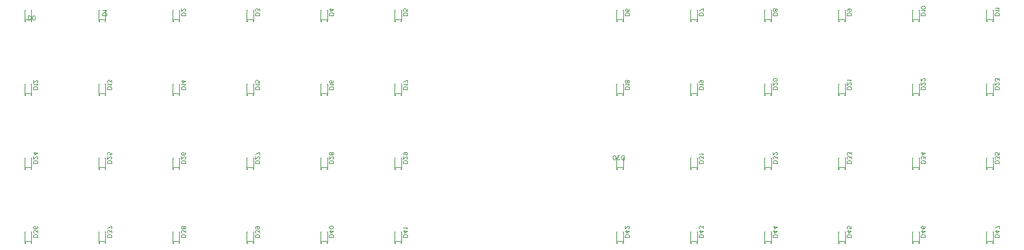
<source format=gbo>
G04 Layer: BottomSilkscreenLayer*
G04 EasyEDA v6.5.22, 2022-11-03 13:25:14*
G04 daeccbeab38c4538aae3d189e396c967,14fd66e66b1542709ab820776f733a5e,10*
G04 Gerber Generator version 0.2*
G04 Scale: 100 percent, Rotated: No, Reflected: No *
G04 Dimensions in millimeters *
G04 leading zeros omitted , absolute positions ,4 integer and 5 decimal *
%FSLAX45Y45*%
%MOMM*%

%ADD10C,0.1524*%

%LPD*%
D10*
X3100115Y6668201D02*
G01*
X2991149Y6668201D01*
X3100115Y6668201D02*
G01*
X3100115Y6704777D01*
X3095035Y6720271D01*
X3084621Y6730685D01*
X3074207Y6735765D01*
X3058459Y6741099D01*
X3032551Y6741099D01*
X3017057Y6735765D01*
X3006643Y6730685D01*
X2996229Y6720271D01*
X2991149Y6704777D01*
X2991149Y6668201D01*
X3079287Y6775389D02*
G01*
X3084621Y6785803D01*
X3100115Y6801297D01*
X2991149Y6801297D01*
X3074207Y6840667D02*
G01*
X3079287Y6840667D01*
X3089701Y6846001D01*
X3095035Y6851081D01*
X3100115Y6861495D01*
X3100115Y6882323D01*
X3095035Y6892737D01*
X3089701Y6897817D01*
X3079287Y6903151D01*
X3068873Y6903151D01*
X3058459Y6897817D01*
X3042965Y6887657D01*
X2991149Y6835587D01*
X2991149Y6908231D01*
X5005316Y6668201D02*
G01*
X4896350Y6668201D01*
X5005316Y6668201D02*
G01*
X5005316Y6704777D01*
X5000236Y6720271D01*
X4989822Y6730685D01*
X4979408Y6735765D01*
X4963660Y6741099D01*
X4937752Y6741099D01*
X4922258Y6735765D01*
X4911844Y6730685D01*
X4901430Y6720271D01*
X4896350Y6704777D01*
X4896350Y6668201D01*
X4984488Y6775389D02*
G01*
X4989822Y6785803D01*
X5005316Y6801297D01*
X4896350Y6801297D01*
X5005316Y6846001D02*
G01*
X5005316Y6903151D01*
X4963660Y6871909D01*
X4963660Y6887657D01*
X4958580Y6897817D01*
X4953500Y6903151D01*
X4937752Y6908231D01*
X4927338Y6908231D01*
X4911844Y6903151D01*
X4901430Y6892737D01*
X4896350Y6877243D01*
X4896350Y6861495D01*
X4901430Y6846001D01*
X4906510Y6840667D01*
X4916924Y6835587D01*
X6910517Y6668201D02*
G01*
X6801551Y6668201D01*
X6910517Y6668201D02*
G01*
X6910517Y6704777D01*
X6905437Y6720271D01*
X6895023Y6730685D01*
X6884609Y6735765D01*
X6868861Y6741099D01*
X6842953Y6741099D01*
X6827459Y6735765D01*
X6817045Y6730685D01*
X6806631Y6720271D01*
X6801551Y6704777D01*
X6801551Y6668201D01*
X6889689Y6775389D02*
G01*
X6895023Y6785803D01*
X6910517Y6801297D01*
X6801551Y6801297D01*
X6910517Y6887657D02*
G01*
X6837873Y6835587D01*
X6837873Y6913565D01*
X6910517Y6887657D02*
G01*
X6801551Y6887657D01*
X8815715Y6668201D02*
G01*
X8706749Y6668201D01*
X8815715Y6668201D02*
G01*
X8815715Y6704777D01*
X8810635Y6720271D01*
X8800221Y6730685D01*
X8789807Y6735765D01*
X8774059Y6741099D01*
X8748151Y6741099D01*
X8732657Y6735765D01*
X8722243Y6730685D01*
X8711829Y6720271D01*
X8706749Y6704777D01*
X8706749Y6668201D01*
X8794887Y6775389D02*
G01*
X8800221Y6785803D01*
X8815715Y6801297D01*
X8706749Y6801297D01*
X8815715Y6897817D02*
G01*
X8815715Y6846001D01*
X8768979Y6840667D01*
X8774059Y6846001D01*
X8779393Y6861495D01*
X8779393Y6877243D01*
X8774059Y6892737D01*
X8763899Y6903151D01*
X8748151Y6908231D01*
X8737737Y6908231D01*
X8722243Y6903151D01*
X8711829Y6892737D01*
X8706749Y6877243D01*
X8706749Y6861495D01*
X8711829Y6846001D01*
X8716909Y6840667D01*
X8727323Y6835587D01*
X10720915Y6668201D02*
G01*
X10611949Y6668201D01*
X10720915Y6668201D02*
G01*
X10720915Y6704777D01*
X10715835Y6720271D01*
X10705421Y6730685D01*
X10695007Y6735765D01*
X10679259Y6741099D01*
X10653351Y6741099D01*
X10637857Y6735765D01*
X10627443Y6730685D01*
X10617029Y6720271D01*
X10611949Y6704777D01*
X10611949Y6668201D01*
X10700087Y6775389D02*
G01*
X10705421Y6785803D01*
X10720915Y6801297D01*
X10611949Y6801297D01*
X10705421Y6897817D02*
G01*
X10715835Y6892737D01*
X10720915Y6877243D01*
X10720915Y6866829D01*
X10715835Y6851081D01*
X10700087Y6840667D01*
X10674179Y6835587D01*
X10648271Y6835587D01*
X10627443Y6840667D01*
X10617029Y6851081D01*
X10611949Y6866829D01*
X10611949Y6871909D01*
X10617029Y6887657D01*
X10627443Y6897817D01*
X10642937Y6903151D01*
X10648271Y6903151D01*
X10663765Y6897817D01*
X10674179Y6887657D01*
X10679259Y6871909D01*
X10679259Y6866829D01*
X10674179Y6851081D01*
X10663765Y6840667D01*
X10648271Y6835587D01*
X12626116Y6668201D02*
G01*
X12517150Y6668201D01*
X12626116Y6668201D02*
G01*
X12626116Y6704777D01*
X12621036Y6720271D01*
X12610622Y6730685D01*
X12600208Y6735765D01*
X12584460Y6741099D01*
X12558552Y6741099D01*
X12543058Y6735765D01*
X12532644Y6730685D01*
X12522230Y6720271D01*
X12517150Y6704777D01*
X12517150Y6668201D01*
X12605288Y6775389D02*
G01*
X12610622Y6785803D01*
X12626116Y6801297D01*
X12517150Y6801297D01*
X12626116Y6908231D02*
G01*
X12517150Y6856415D01*
X12626116Y6835587D02*
G01*
X12626116Y6908231D01*
X18341317Y6668201D02*
G01*
X18232351Y6668201D01*
X18341317Y6668201D02*
G01*
X18341317Y6704777D01*
X18336237Y6720271D01*
X18325823Y6730685D01*
X18315409Y6735765D01*
X18299661Y6741099D01*
X18273753Y6741099D01*
X18258259Y6735765D01*
X18247845Y6730685D01*
X18237431Y6720271D01*
X18232351Y6704777D01*
X18232351Y6668201D01*
X18320489Y6775389D02*
G01*
X18325823Y6785803D01*
X18341317Y6801297D01*
X18232351Y6801297D01*
X18341317Y6861495D02*
G01*
X18336237Y6846001D01*
X18325823Y6840667D01*
X18315409Y6840667D01*
X18304995Y6846001D01*
X18299661Y6856415D01*
X18294581Y6877243D01*
X18289501Y6892737D01*
X18279087Y6903151D01*
X18268673Y6908231D01*
X18252925Y6908231D01*
X18242511Y6903151D01*
X18237431Y6897817D01*
X18232351Y6882323D01*
X18232351Y6861495D01*
X18237431Y6846001D01*
X18242511Y6840667D01*
X18252925Y6835587D01*
X18268673Y6835587D01*
X18279087Y6840667D01*
X18289501Y6851081D01*
X18294581Y6866829D01*
X18299661Y6887657D01*
X18304995Y6897817D01*
X18315409Y6903151D01*
X18325823Y6903151D01*
X18336237Y6897817D01*
X18341317Y6882323D01*
X18341317Y6861495D01*
X20246515Y6668201D02*
G01*
X20137549Y6668201D01*
X20246515Y6668201D02*
G01*
X20246515Y6704777D01*
X20241435Y6720271D01*
X20231021Y6730685D01*
X20220607Y6735765D01*
X20204859Y6741099D01*
X20178951Y6741099D01*
X20163457Y6735765D01*
X20153043Y6730685D01*
X20142629Y6720271D01*
X20137549Y6704777D01*
X20137549Y6668201D01*
X20225687Y6775389D02*
G01*
X20231021Y6785803D01*
X20246515Y6801297D01*
X20137549Y6801297D01*
X20210193Y6903151D02*
G01*
X20194699Y6897817D01*
X20184285Y6887657D01*
X20178951Y6871909D01*
X20178951Y6866829D01*
X20184285Y6851081D01*
X20194699Y6840667D01*
X20210193Y6835587D01*
X20215273Y6835587D01*
X20231021Y6840667D01*
X20241435Y6851081D01*
X20246515Y6866829D01*
X20246515Y6871909D01*
X20241435Y6887657D01*
X20231021Y6897817D01*
X20210193Y6903151D01*
X20184285Y6903151D01*
X20158123Y6897817D01*
X20142629Y6887657D01*
X20137549Y6871909D01*
X20137549Y6861495D01*
X20142629Y6846001D01*
X20153043Y6840667D01*
X22151715Y6668201D02*
G01*
X22042749Y6668201D01*
X22151715Y6668201D02*
G01*
X22151715Y6704777D01*
X22146635Y6720271D01*
X22136221Y6730685D01*
X22125807Y6735765D01*
X22110059Y6741099D01*
X22084151Y6741099D01*
X22068657Y6735765D01*
X22058243Y6730685D01*
X22047829Y6720271D01*
X22042749Y6704777D01*
X22042749Y6668201D01*
X22125807Y6780469D02*
G01*
X22130887Y6780469D01*
X22141301Y6785803D01*
X22146635Y6790883D01*
X22151715Y6801297D01*
X22151715Y6822125D01*
X22146635Y6832539D01*
X22141301Y6837619D01*
X22130887Y6842953D01*
X22120473Y6842953D01*
X22110059Y6837619D01*
X22094565Y6827205D01*
X22042749Y6775389D01*
X22042749Y6848033D01*
X22151715Y6913565D02*
G01*
X22146635Y6897817D01*
X22130887Y6887657D01*
X22104979Y6882323D01*
X22089485Y6882323D01*
X22063323Y6887657D01*
X22047829Y6897817D01*
X22042749Y6913565D01*
X22042749Y6923979D01*
X22047829Y6939473D01*
X22063323Y6949887D01*
X22089485Y6954967D01*
X22104979Y6954967D01*
X22130887Y6949887D01*
X22146635Y6939473D01*
X22151715Y6923979D01*
X22151715Y6913565D01*
X24056916Y6668201D02*
G01*
X23947950Y6668201D01*
X24056916Y6668201D02*
G01*
X24056916Y6704777D01*
X24051836Y6720271D01*
X24041422Y6730685D01*
X24031008Y6735765D01*
X24015260Y6741099D01*
X23989352Y6741099D01*
X23973858Y6735765D01*
X23963444Y6730685D01*
X23953030Y6720271D01*
X23947950Y6704777D01*
X23947950Y6668201D01*
X24031008Y6780469D02*
G01*
X24036088Y6780469D01*
X24046502Y6785803D01*
X24051836Y6790883D01*
X24056916Y6801297D01*
X24056916Y6822125D01*
X24051836Y6832539D01*
X24046502Y6837619D01*
X24036088Y6842953D01*
X24025674Y6842953D01*
X24015260Y6837619D01*
X23999766Y6827205D01*
X23947950Y6775389D01*
X23947950Y6848033D01*
X24036088Y6882323D02*
G01*
X24041422Y6892737D01*
X24056916Y6908231D01*
X23947950Y6908231D01*
X25962117Y6668201D02*
G01*
X25853151Y6668201D01*
X25962117Y6668201D02*
G01*
X25962117Y6704777D01*
X25957037Y6720271D01*
X25946623Y6730685D01*
X25936209Y6735765D01*
X25920461Y6741099D01*
X25894553Y6741099D01*
X25879059Y6735765D01*
X25868645Y6730685D01*
X25858231Y6720271D01*
X25853151Y6704777D01*
X25853151Y6668201D01*
X25936209Y6780469D02*
G01*
X25941289Y6780469D01*
X25951703Y6785803D01*
X25957037Y6790883D01*
X25962117Y6801297D01*
X25962117Y6822125D01*
X25957037Y6832539D01*
X25951703Y6837619D01*
X25941289Y6842953D01*
X25930875Y6842953D01*
X25920461Y6837619D01*
X25904967Y6827205D01*
X25853151Y6775389D01*
X25853151Y6848033D01*
X25936209Y6887657D02*
G01*
X25941289Y6887657D01*
X25951703Y6892737D01*
X25957037Y6897817D01*
X25962117Y6908231D01*
X25962117Y6929059D01*
X25957037Y6939473D01*
X25951703Y6944807D01*
X25941289Y6949887D01*
X25930875Y6949887D01*
X25920461Y6944807D01*
X25904967Y6934393D01*
X25853151Y6882323D01*
X25853151Y6954967D01*
X27867315Y6668201D02*
G01*
X27758349Y6668201D01*
X27867315Y6668201D02*
G01*
X27867315Y6704777D01*
X27862235Y6720271D01*
X27851821Y6730685D01*
X27841407Y6735765D01*
X27825659Y6741099D01*
X27799751Y6741099D01*
X27784257Y6735765D01*
X27773843Y6730685D01*
X27763429Y6720271D01*
X27758349Y6704777D01*
X27758349Y6668201D01*
X27841407Y6780469D02*
G01*
X27846487Y6780469D01*
X27856901Y6785803D01*
X27862235Y6790883D01*
X27867315Y6801297D01*
X27867315Y6822125D01*
X27862235Y6832539D01*
X27856901Y6837619D01*
X27846487Y6842953D01*
X27836073Y6842953D01*
X27825659Y6837619D01*
X27810165Y6827205D01*
X27758349Y6775389D01*
X27758349Y6848033D01*
X27867315Y6892737D02*
G01*
X27867315Y6949887D01*
X27825659Y6918645D01*
X27825659Y6934393D01*
X27820579Y6944807D01*
X27815499Y6949887D01*
X27799751Y6954967D01*
X27789337Y6954967D01*
X27773843Y6949887D01*
X27763429Y6939473D01*
X27758349Y6923979D01*
X27758349Y6908231D01*
X27763429Y6892737D01*
X27768509Y6887657D01*
X27778923Y6882323D01*
X3100115Y2857799D02*
G01*
X2991149Y2857799D01*
X3100115Y2857799D02*
G01*
X3100115Y2894375D01*
X3095035Y2909869D01*
X3084621Y2920283D01*
X3074207Y2925363D01*
X3058459Y2930697D01*
X3032551Y2930697D01*
X3017057Y2925363D01*
X3006643Y2920283D01*
X2996229Y2909869D01*
X2991149Y2894375D01*
X2991149Y2857799D01*
X3100115Y2975401D02*
G01*
X3100115Y3032551D01*
X3058459Y3001309D01*
X3058459Y3016803D01*
X3053379Y3027217D01*
X3048299Y3032551D01*
X3032551Y3037631D01*
X3022137Y3037631D01*
X3006643Y3032551D01*
X2996229Y3022137D01*
X2991149Y3006389D01*
X2991149Y2990895D01*
X2996229Y2975401D01*
X3001309Y2970067D01*
X3011723Y2964987D01*
X3084621Y3134405D02*
G01*
X3095035Y3129071D01*
X3100115Y3113577D01*
X3100115Y3103163D01*
X3095035Y3087415D01*
X3079287Y3077255D01*
X3053379Y3071921D01*
X3027471Y3071921D01*
X3006643Y3077255D01*
X2996229Y3087415D01*
X2991149Y3103163D01*
X2991149Y3108243D01*
X2996229Y3123991D01*
X3006643Y3134405D01*
X3022137Y3139485D01*
X3027471Y3139485D01*
X3042965Y3134405D01*
X3053379Y3123991D01*
X3058459Y3108243D01*
X3058459Y3103163D01*
X3053379Y3087415D01*
X3042965Y3077255D01*
X3027471Y3071921D01*
X5005316Y2857799D02*
G01*
X4896350Y2857799D01*
X5005316Y2857799D02*
G01*
X5005316Y2894375D01*
X5000236Y2909869D01*
X4989822Y2920283D01*
X4979408Y2925363D01*
X4963660Y2930697D01*
X4937752Y2930697D01*
X4922258Y2925363D01*
X4911844Y2920283D01*
X4901430Y2909869D01*
X4896350Y2894375D01*
X4896350Y2857799D01*
X5005316Y2975401D02*
G01*
X5005316Y3032551D01*
X4963660Y3001309D01*
X4963660Y3016803D01*
X4958580Y3027217D01*
X4953500Y3032551D01*
X4937752Y3037631D01*
X4927338Y3037631D01*
X4911844Y3032551D01*
X4901430Y3022137D01*
X4896350Y3006389D01*
X4896350Y2990895D01*
X4901430Y2975401D01*
X4906510Y2970067D01*
X4916924Y2964987D01*
X5005316Y3144565D02*
G01*
X4896350Y3092749D01*
X5005316Y3071921D02*
G01*
X5005316Y3144565D01*
X6910517Y2857799D02*
G01*
X6801551Y2857799D01*
X6910517Y2857799D02*
G01*
X6910517Y2894375D01*
X6905437Y2909869D01*
X6895023Y2920283D01*
X6884609Y2925363D01*
X6868861Y2930697D01*
X6842953Y2930697D01*
X6827459Y2925363D01*
X6817045Y2920283D01*
X6806631Y2909869D01*
X6801551Y2894375D01*
X6801551Y2857799D01*
X6910517Y2975401D02*
G01*
X6910517Y3032551D01*
X6868861Y3001309D01*
X6868861Y3016803D01*
X6863781Y3027217D01*
X6858701Y3032551D01*
X6842953Y3037631D01*
X6832539Y3037631D01*
X6817045Y3032551D01*
X6806631Y3022137D01*
X6801551Y3006389D01*
X6801551Y2990895D01*
X6806631Y2975401D01*
X6811711Y2970067D01*
X6822125Y2964987D01*
X6910517Y3097829D02*
G01*
X6905437Y3082335D01*
X6895023Y3077255D01*
X6884609Y3077255D01*
X6874195Y3082335D01*
X6868861Y3092749D01*
X6863781Y3113577D01*
X6858701Y3129071D01*
X6848287Y3139485D01*
X6837873Y3144565D01*
X6822125Y3144565D01*
X6811711Y3139485D01*
X6806631Y3134405D01*
X6801551Y3118657D01*
X6801551Y3097829D01*
X6806631Y3082335D01*
X6811711Y3077255D01*
X6822125Y3071921D01*
X6837873Y3071921D01*
X6848287Y3077255D01*
X6858701Y3087415D01*
X6863781Y3103163D01*
X6868861Y3123991D01*
X6874195Y3134405D01*
X6884609Y3139485D01*
X6895023Y3139485D01*
X6905437Y3134405D01*
X6910517Y3118657D01*
X6910517Y3097829D01*
X8815715Y2857799D02*
G01*
X8706749Y2857799D01*
X8815715Y2857799D02*
G01*
X8815715Y2894375D01*
X8810635Y2909869D01*
X8800221Y2920283D01*
X8789807Y2925363D01*
X8774059Y2930697D01*
X8748151Y2930697D01*
X8732657Y2925363D01*
X8722243Y2920283D01*
X8711829Y2909869D01*
X8706749Y2894375D01*
X8706749Y2857799D01*
X8815715Y2975401D02*
G01*
X8815715Y3032551D01*
X8774059Y3001309D01*
X8774059Y3016803D01*
X8768979Y3027217D01*
X8763899Y3032551D01*
X8748151Y3037631D01*
X8737737Y3037631D01*
X8722243Y3032551D01*
X8711829Y3022137D01*
X8706749Y3006389D01*
X8706749Y2990895D01*
X8711829Y2975401D01*
X8716909Y2970067D01*
X8727323Y2964987D01*
X8779393Y3139485D02*
G01*
X8763899Y3134405D01*
X8753485Y3123991D01*
X8748151Y3108243D01*
X8748151Y3103163D01*
X8753485Y3087415D01*
X8763899Y3077255D01*
X8779393Y3071921D01*
X8784473Y3071921D01*
X8800221Y3077255D01*
X8810635Y3087415D01*
X8815715Y3103163D01*
X8815715Y3108243D01*
X8810635Y3123991D01*
X8800221Y3134405D01*
X8779393Y3139485D01*
X8753485Y3139485D01*
X8727323Y3134405D01*
X8711829Y3123991D01*
X8706749Y3108243D01*
X8706749Y3097829D01*
X8711829Y3082335D01*
X8722243Y3077255D01*
X10720915Y2857799D02*
G01*
X10611949Y2857799D01*
X10720915Y2857799D02*
G01*
X10720915Y2894375D01*
X10715835Y2909869D01*
X10705421Y2920283D01*
X10695007Y2925363D01*
X10679259Y2930697D01*
X10653351Y2930697D01*
X10637857Y2925363D01*
X10627443Y2920283D01*
X10617029Y2909869D01*
X10611949Y2894375D01*
X10611949Y2857799D01*
X10720915Y3016803D02*
G01*
X10648271Y2964987D01*
X10648271Y3042965D01*
X10720915Y3016803D02*
G01*
X10611949Y3016803D01*
X10720915Y3108243D02*
G01*
X10715835Y3092749D01*
X10700087Y3082335D01*
X10674179Y3077255D01*
X10658685Y3077255D01*
X10632523Y3082335D01*
X10617029Y3092749D01*
X10611949Y3108243D01*
X10611949Y3118657D01*
X10617029Y3134405D01*
X10632523Y3144565D01*
X10658685Y3149899D01*
X10674179Y3149899D01*
X10700087Y3144565D01*
X10715835Y3134405D01*
X10720915Y3118657D01*
X10720915Y3108243D01*
X12626116Y2857799D02*
G01*
X12517150Y2857799D01*
X12626116Y2857799D02*
G01*
X12626116Y2894375D01*
X12621036Y2909869D01*
X12610622Y2920283D01*
X12600208Y2925363D01*
X12584460Y2930697D01*
X12558552Y2930697D01*
X12543058Y2925363D01*
X12532644Y2920283D01*
X12522230Y2909869D01*
X12517150Y2894375D01*
X12517150Y2857799D01*
X12626116Y3016803D02*
G01*
X12553472Y2964987D01*
X12553472Y3042965D01*
X12626116Y3016803D02*
G01*
X12517150Y3016803D01*
X12605288Y3077255D02*
G01*
X12610622Y3087415D01*
X12626116Y3103163D01*
X12517150Y3103163D01*
X18341317Y2857799D02*
G01*
X18232351Y2857799D01*
X18341317Y2857799D02*
G01*
X18341317Y2894375D01*
X18336237Y2909869D01*
X18325823Y2920283D01*
X18315409Y2925363D01*
X18299661Y2930697D01*
X18273753Y2930697D01*
X18258259Y2925363D01*
X18247845Y2920283D01*
X18237431Y2909869D01*
X18232351Y2894375D01*
X18232351Y2857799D01*
X18341317Y3016803D02*
G01*
X18268673Y2964987D01*
X18268673Y3042965D01*
X18341317Y3016803D02*
G01*
X18232351Y3016803D01*
X18315409Y3082335D02*
G01*
X18320489Y3082335D01*
X18330903Y3087415D01*
X18336237Y3092749D01*
X18341317Y3103163D01*
X18341317Y3123991D01*
X18336237Y3134405D01*
X18330903Y3139485D01*
X18320489Y3144565D01*
X18310075Y3144565D01*
X18299661Y3139485D01*
X18284167Y3129071D01*
X18232351Y3077255D01*
X18232351Y3149899D01*
X20246515Y2857799D02*
G01*
X20137549Y2857799D01*
X20246515Y2857799D02*
G01*
X20246515Y2894375D01*
X20241435Y2909869D01*
X20231021Y2920283D01*
X20220607Y2925363D01*
X20204859Y2930697D01*
X20178951Y2930697D01*
X20163457Y2925363D01*
X20153043Y2920283D01*
X20142629Y2909869D01*
X20137549Y2894375D01*
X20137549Y2857799D01*
X20246515Y3016803D02*
G01*
X20173871Y2964987D01*
X20173871Y3042965D01*
X20246515Y3016803D02*
G01*
X20137549Y3016803D01*
X20246515Y3087415D02*
G01*
X20246515Y3144565D01*
X20204859Y3113577D01*
X20204859Y3129071D01*
X20199779Y3139485D01*
X20194699Y3144565D01*
X20178951Y3149899D01*
X20168537Y3149899D01*
X20153043Y3144565D01*
X20142629Y3134405D01*
X20137549Y3118657D01*
X20137549Y3103163D01*
X20142629Y3087415D01*
X20147709Y3082335D01*
X20158123Y3077255D01*
X22151715Y2857799D02*
G01*
X22042749Y2857799D01*
X22151715Y2857799D02*
G01*
X22151715Y2894375D01*
X22146635Y2909869D01*
X22136221Y2920283D01*
X22125807Y2925363D01*
X22110059Y2930697D01*
X22084151Y2930697D01*
X22068657Y2925363D01*
X22058243Y2920283D01*
X22047829Y2909869D01*
X22042749Y2894375D01*
X22042749Y2857799D01*
X22151715Y3016803D02*
G01*
X22079071Y2964987D01*
X22079071Y3042965D01*
X22151715Y3016803D02*
G01*
X22042749Y3016803D01*
X22151715Y3129071D02*
G01*
X22079071Y3077255D01*
X22079071Y3154979D01*
X22151715Y3129071D02*
G01*
X22042749Y3129071D01*
X24056916Y2857799D02*
G01*
X23947950Y2857799D01*
X24056916Y2857799D02*
G01*
X24056916Y2894375D01*
X24051836Y2909869D01*
X24041422Y2920283D01*
X24031008Y2925363D01*
X24015260Y2930697D01*
X23989352Y2930697D01*
X23973858Y2925363D01*
X23963444Y2920283D01*
X23953030Y2909869D01*
X23947950Y2894375D01*
X23947950Y2857799D01*
X24056916Y3016803D02*
G01*
X23984272Y2964987D01*
X23984272Y3042965D01*
X24056916Y3016803D02*
G01*
X23947950Y3016803D01*
X24056916Y3139485D02*
G01*
X24056916Y3087415D01*
X24010180Y3082335D01*
X24015260Y3087415D01*
X24020594Y3103163D01*
X24020594Y3118657D01*
X24015260Y3134405D01*
X24005100Y3144565D01*
X23989352Y3149899D01*
X23978938Y3149899D01*
X23963444Y3144565D01*
X23953030Y3134405D01*
X23947950Y3118657D01*
X23947950Y3103163D01*
X23953030Y3087415D01*
X23958110Y3082335D01*
X23968524Y3077255D01*
X25962117Y2857799D02*
G01*
X25853151Y2857799D01*
X25962117Y2857799D02*
G01*
X25962117Y2894375D01*
X25957037Y2909869D01*
X25946623Y2920283D01*
X25936209Y2925363D01*
X25920461Y2930697D01*
X25894553Y2930697D01*
X25879059Y2925363D01*
X25868645Y2920283D01*
X25858231Y2909869D01*
X25853151Y2894375D01*
X25853151Y2857799D01*
X25962117Y3016803D02*
G01*
X25889473Y2964987D01*
X25889473Y3042965D01*
X25962117Y3016803D02*
G01*
X25853151Y3016803D01*
X25946623Y3139485D02*
G01*
X25957037Y3134405D01*
X25962117Y3118657D01*
X25962117Y3108243D01*
X25957037Y3092749D01*
X25941289Y3082335D01*
X25915381Y3077255D01*
X25889473Y3077255D01*
X25868645Y3082335D01*
X25858231Y3092749D01*
X25853151Y3108243D01*
X25853151Y3113577D01*
X25858231Y3129071D01*
X25868645Y3139485D01*
X25884139Y3144565D01*
X25889473Y3144565D01*
X25904967Y3139485D01*
X25915381Y3129071D01*
X25920461Y3113577D01*
X25920461Y3108243D01*
X25915381Y3092749D01*
X25904967Y3082335D01*
X25889473Y3077255D01*
X27867315Y2857799D02*
G01*
X27758349Y2857799D01*
X27867315Y2857799D02*
G01*
X27867315Y2894375D01*
X27862235Y2909869D01*
X27851821Y2920283D01*
X27841407Y2925363D01*
X27825659Y2930697D01*
X27799751Y2930697D01*
X27784257Y2925363D01*
X27773843Y2920283D01*
X27763429Y2909869D01*
X27758349Y2894375D01*
X27758349Y2857799D01*
X27867315Y3016803D02*
G01*
X27794671Y2964987D01*
X27794671Y3042965D01*
X27867315Y3016803D02*
G01*
X27758349Y3016803D01*
X27867315Y3149899D02*
G01*
X27758349Y3097829D01*
X27867315Y3077255D02*
G01*
X27867315Y3149899D01*
X18341916Y8573399D02*
G01*
X18232950Y8573399D01*
X18341916Y8573399D02*
G01*
X18341916Y8609721D01*
X18336836Y8625469D01*
X18326422Y8635629D01*
X18316008Y8640963D01*
X18300260Y8646043D01*
X18274352Y8646043D01*
X18258858Y8640963D01*
X18248444Y8635629D01*
X18238030Y8625469D01*
X18232950Y8609721D01*
X18232950Y8573399D01*
X18326422Y8742817D02*
G01*
X18336836Y8737483D01*
X18341916Y8721989D01*
X18341916Y8711575D01*
X18336836Y8696081D01*
X18321088Y8685667D01*
X18295180Y8680333D01*
X18269272Y8680333D01*
X18248444Y8685667D01*
X18238030Y8696081D01*
X18232950Y8711575D01*
X18232950Y8716909D01*
X18238030Y8732403D01*
X18248444Y8742817D01*
X18263938Y8747897D01*
X18269272Y8747897D01*
X18284766Y8742817D01*
X18295180Y8732403D01*
X18300260Y8716909D01*
X18300260Y8711575D01*
X18295180Y8696081D01*
X18284766Y8685667D01*
X18269272Y8680333D01*
X20246515Y8573399D02*
G01*
X20137549Y8573399D01*
X20246515Y8573399D02*
G01*
X20246515Y8609721D01*
X20241435Y8625469D01*
X20231021Y8635629D01*
X20220607Y8640963D01*
X20204859Y8646043D01*
X20178951Y8646043D01*
X20163457Y8640963D01*
X20153043Y8635629D01*
X20142629Y8625469D01*
X20137549Y8609721D01*
X20137549Y8573399D01*
X20246515Y8753231D02*
G01*
X20137549Y8701161D01*
X20246515Y8680333D02*
G01*
X20246515Y8753231D01*
X22151715Y8573399D02*
G01*
X22042749Y8573399D01*
X22151715Y8573399D02*
G01*
X22151715Y8609721D01*
X22146635Y8625469D01*
X22136221Y8635629D01*
X22125807Y8640963D01*
X22110059Y8646043D01*
X22084151Y8646043D01*
X22068657Y8640963D01*
X22058243Y8635629D01*
X22047829Y8625469D01*
X22042749Y8609721D01*
X22042749Y8573399D01*
X22151715Y8706495D02*
G01*
X22146635Y8690747D01*
X22136221Y8685667D01*
X22125807Y8685667D01*
X22115393Y8690747D01*
X22110059Y8701161D01*
X22104979Y8721989D01*
X22099899Y8737483D01*
X22089485Y8747897D01*
X22079071Y8753231D01*
X22063323Y8753231D01*
X22052909Y8747897D01*
X22047829Y8742817D01*
X22042749Y8727069D01*
X22042749Y8706495D01*
X22047829Y8690747D01*
X22052909Y8685667D01*
X22063323Y8680333D01*
X22079071Y8680333D01*
X22089485Y8685667D01*
X22099899Y8696081D01*
X22104979Y8711575D01*
X22110059Y8732403D01*
X22115393Y8742817D01*
X22125807Y8747897D01*
X22136221Y8747897D01*
X22146635Y8742817D01*
X22151715Y8727069D01*
X22151715Y8706495D01*
X24057516Y8573399D02*
G01*
X23948550Y8573399D01*
X24057516Y8573399D02*
G01*
X24057516Y8609721D01*
X24052436Y8625469D01*
X24042022Y8635629D01*
X24031608Y8640963D01*
X24015860Y8646043D01*
X23989952Y8646043D01*
X23974458Y8640963D01*
X23964044Y8635629D01*
X23953630Y8625469D01*
X23948550Y8609721D01*
X23948550Y8573399D01*
X24021194Y8747897D02*
G01*
X24005700Y8742817D01*
X23995286Y8732403D01*
X23989952Y8716909D01*
X23989952Y8711575D01*
X23995286Y8696081D01*
X24005700Y8685667D01*
X24021194Y8680333D01*
X24026274Y8680333D01*
X24042022Y8685667D01*
X24052436Y8696081D01*
X24057516Y8711575D01*
X24057516Y8716909D01*
X24052436Y8732403D01*
X24042022Y8742817D01*
X24021194Y8747897D01*
X23995286Y8747897D01*
X23969124Y8742817D01*
X23953630Y8732403D01*
X23948550Y8716909D01*
X23948550Y8706495D01*
X23953630Y8690747D01*
X23964044Y8685667D01*
X25962117Y8573399D02*
G01*
X25853151Y8573399D01*
X25962117Y8573399D02*
G01*
X25962117Y8609721D01*
X25957037Y8625469D01*
X25946623Y8635629D01*
X25936209Y8640963D01*
X25920461Y8646043D01*
X25894553Y8646043D01*
X25879059Y8640963D01*
X25868645Y8635629D01*
X25858231Y8625469D01*
X25853151Y8609721D01*
X25853151Y8573399D01*
X25941289Y8680333D02*
G01*
X25946623Y8690747D01*
X25962117Y8706495D01*
X25853151Y8706495D01*
X25962117Y8771773D02*
G01*
X25957037Y8756279D01*
X25941289Y8745865D01*
X25915381Y8740785D01*
X25899887Y8740785D01*
X25873725Y8745865D01*
X25858231Y8756279D01*
X25853151Y8771773D01*
X25853151Y8782187D01*
X25858231Y8797935D01*
X25873725Y8808349D01*
X25899887Y8813429D01*
X25915381Y8813429D01*
X25941289Y8808349D01*
X25957037Y8797935D01*
X25962117Y8782187D01*
X25962117Y8771773D01*
X27867315Y8573399D02*
G01*
X27758349Y8573399D01*
X27867315Y8573399D02*
G01*
X27867315Y8609721D01*
X27862235Y8625469D01*
X27851821Y8635629D01*
X27841407Y8640963D01*
X27825659Y8646043D01*
X27799751Y8646043D01*
X27784257Y8640963D01*
X27773843Y8635629D01*
X27763429Y8625469D01*
X27758349Y8609721D01*
X27758349Y8573399D01*
X27846487Y8680333D02*
G01*
X27851821Y8690747D01*
X27867315Y8706495D01*
X27758349Y8706495D01*
X27846487Y8740785D02*
G01*
X27851821Y8751199D01*
X27867315Y8766693D01*
X27758349Y8766693D01*
X3100115Y4763000D02*
G01*
X2991149Y4763000D01*
X3100115Y4763000D02*
G01*
X3100115Y4799322D01*
X3095035Y4815070D01*
X3084621Y4825230D01*
X3074207Y4830564D01*
X3058459Y4835644D01*
X3032551Y4835644D01*
X3017057Y4830564D01*
X3006643Y4825230D01*
X2996229Y4815070D01*
X2991149Y4799322D01*
X2991149Y4763000D01*
X3074207Y4875268D02*
G01*
X3079287Y4875268D01*
X3089701Y4880348D01*
X3095035Y4885682D01*
X3100115Y4896096D01*
X3100115Y4916670D01*
X3095035Y4927084D01*
X3089701Y4932418D01*
X3079287Y4937498D01*
X3068873Y4937498D01*
X3058459Y4932418D01*
X3042965Y4922004D01*
X2991149Y4869934D01*
X2991149Y4942832D01*
X3100115Y5028938D02*
G01*
X3027471Y4977122D01*
X3027471Y5055100D01*
X3100115Y5028938D02*
G01*
X2991149Y5028938D01*
X5005316Y4763000D02*
G01*
X4896350Y4763000D01*
X5005316Y4763000D02*
G01*
X5005316Y4799322D01*
X5000236Y4815070D01*
X4989822Y4825230D01*
X4979408Y4830564D01*
X4963660Y4835644D01*
X4937752Y4835644D01*
X4922258Y4830564D01*
X4911844Y4825230D01*
X4901430Y4815070D01*
X4896350Y4799322D01*
X4896350Y4763000D01*
X4979408Y4875268D02*
G01*
X4984488Y4875268D01*
X4994902Y4880348D01*
X5000236Y4885682D01*
X5005316Y4896096D01*
X5005316Y4916670D01*
X5000236Y4927084D01*
X4994902Y4932418D01*
X4984488Y4937498D01*
X4974074Y4937498D01*
X4963660Y4932418D01*
X4948166Y4922004D01*
X4896350Y4869934D01*
X4896350Y4942832D01*
X5005316Y5039352D02*
G01*
X5005316Y4987536D01*
X4958580Y4982202D01*
X4963660Y4987536D01*
X4968994Y5003030D01*
X4968994Y5018524D01*
X4963660Y5034272D01*
X4953500Y5044686D01*
X4937752Y5049766D01*
X4927338Y5049766D01*
X4911844Y5044686D01*
X4901430Y5034272D01*
X4896350Y5018524D01*
X4896350Y5003030D01*
X4901430Y4987536D01*
X4906510Y4982202D01*
X4916924Y4977122D01*
X6910517Y4763000D02*
G01*
X6801551Y4763000D01*
X6910517Y4763000D02*
G01*
X6910517Y4799322D01*
X6905437Y4815070D01*
X6895023Y4825230D01*
X6884609Y4830564D01*
X6868861Y4835644D01*
X6842953Y4835644D01*
X6827459Y4830564D01*
X6817045Y4825230D01*
X6806631Y4815070D01*
X6801551Y4799322D01*
X6801551Y4763000D01*
X6884609Y4875268D02*
G01*
X6889689Y4875268D01*
X6900103Y4880348D01*
X6905437Y4885682D01*
X6910517Y4896096D01*
X6910517Y4916670D01*
X6905437Y4927084D01*
X6900103Y4932418D01*
X6889689Y4937498D01*
X6879275Y4937498D01*
X6868861Y4932418D01*
X6853367Y4922004D01*
X6801551Y4869934D01*
X6801551Y4942832D01*
X6895023Y5039352D02*
G01*
X6905437Y5034272D01*
X6910517Y5018524D01*
X6910517Y5008110D01*
X6905437Y4992616D01*
X6889689Y4982202D01*
X6863781Y4977122D01*
X6837873Y4977122D01*
X6817045Y4982202D01*
X6806631Y4992616D01*
X6801551Y5008110D01*
X6801551Y5013444D01*
X6806631Y5028938D01*
X6817045Y5039352D01*
X6832539Y5044686D01*
X6837873Y5044686D01*
X6853367Y5039352D01*
X6863781Y5028938D01*
X6868861Y5013444D01*
X6868861Y5008110D01*
X6863781Y4992616D01*
X6853367Y4982202D01*
X6837873Y4977122D01*
X8815715Y4763000D02*
G01*
X8706749Y4763000D01*
X8815715Y4763000D02*
G01*
X8815715Y4799322D01*
X8810635Y4815070D01*
X8800221Y4825230D01*
X8789807Y4830564D01*
X8774059Y4835644D01*
X8748151Y4835644D01*
X8732657Y4830564D01*
X8722243Y4825230D01*
X8711829Y4815070D01*
X8706749Y4799322D01*
X8706749Y4763000D01*
X8789807Y4875268D02*
G01*
X8794887Y4875268D01*
X8805301Y4880348D01*
X8810635Y4885682D01*
X8815715Y4896096D01*
X8815715Y4916670D01*
X8810635Y4927084D01*
X8805301Y4932418D01*
X8794887Y4937498D01*
X8784473Y4937498D01*
X8774059Y4932418D01*
X8758565Y4922004D01*
X8706749Y4869934D01*
X8706749Y4942832D01*
X8815715Y5049766D02*
G01*
X8706749Y4997950D01*
X8815715Y4977122D02*
G01*
X8815715Y5049766D01*
X10720915Y4763000D02*
G01*
X10611949Y4763000D01*
X10720915Y4763000D02*
G01*
X10720915Y4799322D01*
X10715835Y4815070D01*
X10705421Y4825230D01*
X10695007Y4830564D01*
X10679259Y4835644D01*
X10653351Y4835644D01*
X10637857Y4830564D01*
X10627443Y4825230D01*
X10617029Y4815070D01*
X10611949Y4799322D01*
X10611949Y4763000D01*
X10695007Y4875268D02*
G01*
X10700087Y4875268D01*
X10710501Y4880348D01*
X10715835Y4885682D01*
X10720915Y4896096D01*
X10720915Y4916670D01*
X10715835Y4927084D01*
X10710501Y4932418D01*
X10700087Y4937498D01*
X10689673Y4937498D01*
X10679259Y4932418D01*
X10663765Y4922004D01*
X10611949Y4869934D01*
X10611949Y4942832D01*
X10720915Y5003030D02*
G01*
X10715835Y4987536D01*
X10705421Y4982202D01*
X10695007Y4982202D01*
X10684593Y4987536D01*
X10679259Y4997950D01*
X10674179Y5018524D01*
X10669099Y5034272D01*
X10658685Y5044686D01*
X10648271Y5049766D01*
X10632523Y5049766D01*
X10622109Y5044686D01*
X10617029Y5039352D01*
X10611949Y5023858D01*
X10611949Y5003030D01*
X10617029Y4987536D01*
X10622109Y4982202D01*
X10632523Y4977122D01*
X10648271Y4977122D01*
X10658685Y4982202D01*
X10669099Y4992616D01*
X10674179Y5008110D01*
X10679259Y5028938D01*
X10684593Y5039352D01*
X10695007Y5044686D01*
X10705421Y5044686D01*
X10715835Y5039352D01*
X10720915Y5023858D01*
X10720915Y5003030D01*
X12626116Y4763000D02*
G01*
X12517150Y4763000D01*
X12626116Y4763000D02*
G01*
X12626116Y4799322D01*
X12621036Y4815070D01*
X12610622Y4825230D01*
X12600208Y4830564D01*
X12584460Y4835644D01*
X12558552Y4835644D01*
X12543058Y4830564D01*
X12532644Y4825230D01*
X12522230Y4815070D01*
X12517150Y4799322D01*
X12517150Y4763000D01*
X12600208Y4875268D02*
G01*
X12605288Y4875268D01*
X12615702Y4880348D01*
X12621036Y4885682D01*
X12626116Y4896096D01*
X12626116Y4916670D01*
X12621036Y4927084D01*
X12615702Y4932418D01*
X12605288Y4937498D01*
X12594874Y4937498D01*
X12584460Y4932418D01*
X12568966Y4922004D01*
X12517150Y4869934D01*
X12517150Y4942832D01*
X12589794Y5044686D02*
G01*
X12574300Y5039352D01*
X12563886Y5028938D01*
X12558552Y5013444D01*
X12558552Y5008110D01*
X12563886Y4992616D01*
X12574300Y4982202D01*
X12589794Y4977122D01*
X12594874Y4977122D01*
X12610622Y4982202D01*
X12621036Y4992616D01*
X12626116Y5008110D01*
X12626116Y5013444D01*
X12621036Y5028938D01*
X12610622Y5039352D01*
X12589794Y5044686D01*
X12563886Y5044686D01*
X12537724Y5039352D01*
X12522230Y5028938D01*
X12517150Y5013444D01*
X12517150Y5003030D01*
X12522230Y4987536D01*
X12532644Y4982202D01*
X18208053Y4966286D02*
G01*
X18208053Y4857320D01*
X18208053Y4966286D02*
G01*
X18171731Y4966286D01*
X18155983Y4961206D01*
X18145823Y4950792D01*
X18140489Y4940378D01*
X18135409Y4924630D01*
X18135409Y4898722D01*
X18140489Y4883228D01*
X18145823Y4872814D01*
X18155983Y4862400D01*
X18171731Y4857320D01*
X18208053Y4857320D01*
X18090705Y4966286D02*
G01*
X18033555Y4966286D01*
X18064543Y4924630D01*
X18049049Y4924630D01*
X18038635Y4919550D01*
X18033555Y4914470D01*
X18028221Y4898722D01*
X18028221Y4888308D01*
X18033555Y4872814D01*
X18043969Y4862400D01*
X18059463Y4857320D01*
X18074957Y4857320D01*
X18090705Y4862400D01*
X18095785Y4867480D01*
X18101119Y4877894D01*
X17962943Y4966286D02*
G01*
X17978437Y4961206D01*
X17988851Y4945458D01*
X17993931Y4919550D01*
X17993931Y4904056D01*
X17988851Y4877894D01*
X17978437Y4862400D01*
X17962943Y4857320D01*
X17952529Y4857320D01*
X17936781Y4862400D01*
X17926367Y4877894D01*
X17921287Y4904056D01*
X17921287Y4919550D01*
X17926367Y4945458D01*
X17936781Y4961206D01*
X17952529Y4966286D01*
X17962943Y4966286D01*
X20246515Y4763000D02*
G01*
X20137549Y4763000D01*
X20246515Y4763000D02*
G01*
X20246515Y4799322D01*
X20241435Y4815070D01*
X20231021Y4825230D01*
X20220607Y4830564D01*
X20204859Y4835644D01*
X20178951Y4835644D01*
X20163457Y4830564D01*
X20153043Y4825230D01*
X20142629Y4815070D01*
X20137549Y4799322D01*
X20137549Y4763000D01*
X20246515Y4880348D02*
G01*
X20246515Y4937498D01*
X20204859Y4906510D01*
X20204859Y4922004D01*
X20199779Y4932418D01*
X20194699Y4937498D01*
X20178951Y4942832D01*
X20168537Y4942832D01*
X20153043Y4937498D01*
X20142629Y4927084D01*
X20137549Y4911590D01*
X20137549Y4896096D01*
X20142629Y4880348D01*
X20147709Y4875268D01*
X20158123Y4869934D01*
X20225687Y4977122D02*
G01*
X20231021Y4987536D01*
X20246515Y5003030D01*
X20137549Y5003030D01*
X22151715Y4763000D02*
G01*
X22042749Y4763000D01*
X22151715Y4763000D02*
G01*
X22151715Y4799322D01*
X22146635Y4815070D01*
X22136221Y4825230D01*
X22125807Y4830564D01*
X22110059Y4835644D01*
X22084151Y4835644D01*
X22068657Y4830564D01*
X22058243Y4825230D01*
X22047829Y4815070D01*
X22042749Y4799322D01*
X22042749Y4763000D01*
X22151715Y4880348D02*
G01*
X22151715Y4937498D01*
X22110059Y4906510D01*
X22110059Y4922004D01*
X22104979Y4932418D01*
X22099899Y4937498D01*
X22084151Y4942832D01*
X22073737Y4942832D01*
X22058243Y4937498D01*
X22047829Y4927084D01*
X22042749Y4911590D01*
X22042749Y4896096D01*
X22047829Y4880348D01*
X22052909Y4875268D01*
X22063323Y4869934D01*
X22125807Y4982202D02*
G01*
X22130887Y4982202D01*
X22141301Y4987536D01*
X22146635Y4992616D01*
X22151715Y5003030D01*
X22151715Y5023858D01*
X22146635Y5034272D01*
X22141301Y5039352D01*
X22130887Y5044686D01*
X22120473Y5044686D01*
X22110059Y5039352D01*
X22094565Y5028938D01*
X22042749Y4977122D01*
X22042749Y5049766D01*
X24056916Y4763000D02*
G01*
X23947950Y4763000D01*
X24056916Y4763000D02*
G01*
X24056916Y4799322D01*
X24051836Y4815070D01*
X24041422Y4825230D01*
X24031008Y4830564D01*
X24015260Y4835644D01*
X23989352Y4835644D01*
X23973858Y4830564D01*
X23963444Y4825230D01*
X23953030Y4815070D01*
X23947950Y4799322D01*
X23947950Y4763000D01*
X24056916Y4880348D02*
G01*
X24056916Y4937498D01*
X24015260Y4906510D01*
X24015260Y4922004D01*
X24010180Y4932418D01*
X24005100Y4937498D01*
X23989352Y4942832D01*
X23978938Y4942832D01*
X23963444Y4937498D01*
X23953030Y4927084D01*
X23947950Y4911590D01*
X23947950Y4896096D01*
X23953030Y4880348D01*
X23958110Y4875268D01*
X23968524Y4869934D01*
X24056916Y4987536D02*
G01*
X24056916Y5044686D01*
X24015260Y5013444D01*
X24015260Y5028938D01*
X24010180Y5039352D01*
X24005100Y5044686D01*
X23989352Y5049766D01*
X23978938Y5049766D01*
X23963444Y5044686D01*
X23953030Y5034272D01*
X23947950Y5018524D01*
X23947950Y5003030D01*
X23953030Y4987536D01*
X23958110Y4982202D01*
X23968524Y4977122D01*
X25962117Y4763000D02*
G01*
X25853151Y4763000D01*
X25962117Y4763000D02*
G01*
X25962117Y4799322D01*
X25957037Y4815070D01*
X25946623Y4825230D01*
X25936209Y4830564D01*
X25920461Y4835644D01*
X25894553Y4835644D01*
X25879059Y4830564D01*
X25868645Y4825230D01*
X25858231Y4815070D01*
X25853151Y4799322D01*
X25853151Y4763000D01*
X25962117Y4880348D02*
G01*
X25962117Y4937498D01*
X25920461Y4906510D01*
X25920461Y4922004D01*
X25915381Y4932418D01*
X25910301Y4937498D01*
X25894553Y4942832D01*
X25884139Y4942832D01*
X25868645Y4937498D01*
X25858231Y4927084D01*
X25853151Y4911590D01*
X25853151Y4896096D01*
X25858231Y4880348D01*
X25863311Y4875268D01*
X25873725Y4869934D01*
X25962117Y5028938D02*
G01*
X25889473Y4977122D01*
X25889473Y5055100D01*
X25962117Y5028938D02*
G01*
X25853151Y5028938D01*
X27867315Y4763000D02*
G01*
X27758349Y4763000D01*
X27867315Y4763000D02*
G01*
X27867315Y4799322D01*
X27862235Y4815070D01*
X27851821Y4825230D01*
X27841407Y4830564D01*
X27825659Y4835644D01*
X27799751Y4835644D01*
X27784257Y4830564D01*
X27773843Y4825230D01*
X27763429Y4815070D01*
X27758349Y4799322D01*
X27758349Y4763000D01*
X27867315Y4880348D02*
G01*
X27867315Y4937498D01*
X27825659Y4906510D01*
X27825659Y4922004D01*
X27820579Y4932418D01*
X27815499Y4937498D01*
X27799751Y4942832D01*
X27789337Y4942832D01*
X27773843Y4937498D01*
X27763429Y4927084D01*
X27758349Y4911590D01*
X27758349Y4896096D01*
X27763429Y4880348D01*
X27768509Y4875268D01*
X27778923Y4869934D01*
X27867315Y5039352D02*
G01*
X27867315Y4987536D01*
X27820579Y4982202D01*
X27825659Y4987536D01*
X27830993Y5003030D01*
X27830993Y5018524D01*
X27825659Y5034272D01*
X27815499Y5044686D01*
X27799751Y5049766D01*
X27789337Y5049766D01*
X27773843Y5044686D01*
X27763429Y5034272D01*
X27758349Y5018524D01*
X27758349Y5003030D01*
X27763429Y4987536D01*
X27768509Y4982202D01*
X27778923Y4977122D01*
X12626116Y8573399D02*
G01*
X12517150Y8573399D01*
X12626116Y8573399D02*
G01*
X12626116Y8609721D01*
X12621036Y8625469D01*
X12610622Y8635629D01*
X12600208Y8640963D01*
X12584460Y8646043D01*
X12558552Y8646043D01*
X12543058Y8640963D01*
X12532644Y8635629D01*
X12522230Y8625469D01*
X12517150Y8609721D01*
X12517150Y8573399D01*
X12626116Y8742817D02*
G01*
X12626116Y8690747D01*
X12579380Y8685667D01*
X12584460Y8690747D01*
X12589794Y8706495D01*
X12589794Y8721989D01*
X12584460Y8737483D01*
X12574300Y8747897D01*
X12558552Y8753231D01*
X12548138Y8753231D01*
X12532644Y8747897D01*
X12522230Y8737483D01*
X12517150Y8721989D01*
X12517150Y8706495D01*
X12522230Y8690747D01*
X12527310Y8685667D01*
X12537724Y8680333D01*
X10720915Y8573399D02*
G01*
X10611949Y8573399D01*
X10720915Y8573399D02*
G01*
X10720915Y8609721D01*
X10715835Y8625469D01*
X10705421Y8635629D01*
X10695007Y8640963D01*
X10679259Y8646043D01*
X10653351Y8646043D01*
X10637857Y8640963D01*
X10627443Y8635629D01*
X10617029Y8625469D01*
X10611949Y8609721D01*
X10611949Y8573399D01*
X10720915Y8732403D02*
G01*
X10648271Y8680333D01*
X10648271Y8758311D01*
X10720915Y8732403D02*
G01*
X10611949Y8732403D01*
X8815715Y8573399D02*
G01*
X8706749Y8573399D01*
X8815715Y8573399D02*
G01*
X8815715Y8609721D01*
X8810635Y8625469D01*
X8800221Y8635629D01*
X8789807Y8640963D01*
X8774059Y8646043D01*
X8748151Y8646043D01*
X8732657Y8640963D01*
X8722243Y8635629D01*
X8711829Y8625469D01*
X8706749Y8609721D01*
X8706749Y8573399D01*
X8815715Y8690747D02*
G01*
X8815715Y8747897D01*
X8774059Y8716909D01*
X8774059Y8732403D01*
X8768979Y8742817D01*
X8763899Y8747897D01*
X8748151Y8753231D01*
X8737737Y8753231D01*
X8722243Y8747897D01*
X8711829Y8737483D01*
X8706749Y8721989D01*
X8706749Y8706495D01*
X8711829Y8690747D01*
X8716909Y8685667D01*
X8727323Y8680333D01*
X6910517Y8573399D02*
G01*
X6801551Y8573399D01*
X6910517Y8573399D02*
G01*
X6910517Y8609721D01*
X6905437Y8625469D01*
X6895023Y8635629D01*
X6884609Y8640963D01*
X6868861Y8646043D01*
X6842953Y8646043D01*
X6827459Y8640963D01*
X6817045Y8635629D01*
X6806631Y8625469D01*
X6801551Y8609721D01*
X6801551Y8573399D01*
X6884609Y8685667D02*
G01*
X6889689Y8685667D01*
X6900103Y8690747D01*
X6905437Y8696081D01*
X6910517Y8706495D01*
X6910517Y8727069D01*
X6905437Y8737483D01*
X6900103Y8742817D01*
X6889689Y8747897D01*
X6879275Y8747897D01*
X6868861Y8742817D01*
X6853367Y8732403D01*
X6801551Y8680333D01*
X6801551Y8753231D01*
X4878316Y8573399D02*
G01*
X4769350Y8573399D01*
X4878316Y8573399D02*
G01*
X4878316Y8609721D01*
X4873236Y8625469D01*
X4862822Y8635629D01*
X4852408Y8640963D01*
X4836660Y8646043D01*
X4810752Y8646043D01*
X4795258Y8640963D01*
X4784844Y8635629D01*
X4774430Y8625469D01*
X4769350Y8609721D01*
X4769350Y8573399D01*
X4857488Y8680333D02*
G01*
X4862822Y8690747D01*
X4878316Y8706495D01*
X4769350Y8706495D01*
X2857799Y8458083D02*
G01*
X2857799Y8567049D01*
X2857799Y8458083D02*
G01*
X2894121Y8458083D01*
X2909869Y8463163D01*
X2920029Y8473577D01*
X2925363Y8483991D01*
X2930443Y8499739D01*
X2930443Y8525647D01*
X2925363Y8541141D01*
X2920029Y8551555D01*
X2909869Y8561969D01*
X2894121Y8567049D01*
X2857799Y8567049D01*
X2995975Y8458083D02*
G01*
X2980481Y8463163D01*
X2970067Y8478911D01*
X2964733Y8504819D01*
X2964733Y8520313D01*
X2970067Y8546475D01*
X2980481Y8561969D01*
X2995975Y8567049D01*
X3006389Y8567049D01*
X3021883Y8561969D01*
X3032297Y8546475D01*
X3037631Y8520313D01*
X3037631Y8504819D01*
X3032297Y8478911D01*
X3021883Y8463163D01*
X3006389Y8458083D01*
X2995975Y8458083D01*
G36*
X2922524Y6535216D02*
G01*
X2922524Y6504736D01*
X2952038Y6504736D01*
X2952038Y6535216D01*
G37*
G36*
X2763570Y6535216D02*
G01*
X2763570Y6504736D01*
X2793034Y6504736D01*
X2793034Y6535216D01*
G37*
G36*
X4827727Y6535216D02*
G01*
X4827727Y6504736D01*
X4857242Y6504736D01*
X4857242Y6535216D01*
G37*
G36*
X4668774Y6535216D02*
G01*
X4668774Y6504736D01*
X4698238Y6504736D01*
X4698238Y6535216D01*
G37*
G36*
X6732930Y6535216D02*
G01*
X6732930Y6504736D01*
X6762445Y6504736D01*
X6762445Y6535216D01*
G37*
G36*
X6573977Y6535216D02*
G01*
X6573977Y6504736D01*
X6603441Y6504736D01*
X6603441Y6535216D01*
G37*
G36*
X8638133Y6535216D02*
G01*
X8638133Y6504736D01*
X8667648Y6504736D01*
X8667648Y6535216D01*
G37*
G36*
X8479180Y6535216D02*
G01*
X8479180Y6504736D01*
X8508644Y6504736D01*
X8508644Y6535216D01*
G37*
G36*
X10543336Y6535216D02*
G01*
X10543336Y6504736D01*
X10572851Y6504736D01*
X10572851Y6535216D01*
G37*
G36*
X10384383Y6535216D02*
G01*
X10384383Y6504736D01*
X10413847Y6504736D01*
X10413847Y6535216D01*
G37*
G36*
X12448540Y6535216D02*
G01*
X12448540Y6504736D01*
X12478054Y6504736D01*
X12478054Y6535216D01*
G37*
G36*
X12289586Y6535216D02*
G01*
X12289586Y6504736D01*
X12319050Y6504736D01*
X12319050Y6535216D01*
G37*
G36*
X18163743Y6535216D02*
G01*
X18163743Y6504736D01*
X18193258Y6504736D01*
X18193258Y6535216D01*
G37*
G36*
X18004739Y6535216D02*
G01*
X18004739Y6504736D01*
X18034254Y6504736D01*
X18034254Y6535216D01*
G37*
G36*
X20068946Y6535216D02*
G01*
X20068946Y6504736D01*
X20098461Y6504736D01*
X20098461Y6535216D01*
G37*
G36*
X19909942Y6535216D02*
G01*
X19909942Y6504736D01*
X19939457Y6504736D01*
X19939457Y6535216D01*
G37*
G36*
X21974149Y6535216D02*
G01*
X21974149Y6504736D01*
X22003613Y6504736D01*
X22003613Y6535216D01*
G37*
G36*
X21815145Y6535216D02*
G01*
X21815145Y6504736D01*
X21844660Y6504736D01*
X21844660Y6535216D01*
G37*
G36*
X23879352Y6535216D02*
G01*
X23879352Y6504736D01*
X23908816Y6504736D01*
X23908816Y6535216D01*
G37*
G36*
X23720348Y6535216D02*
G01*
X23720348Y6504736D01*
X23749863Y6504736D01*
X23749863Y6535216D01*
G37*
G36*
X25784556Y6535216D02*
G01*
X25784556Y6504736D01*
X25814020Y6504736D01*
X25814020Y6535216D01*
G37*
G36*
X25625552Y6535216D02*
G01*
X25625552Y6504736D01*
X25655066Y6504736D01*
X25655066Y6535216D01*
G37*
G36*
X27689759Y6535216D02*
G01*
X27689759Y6504736D01*
X27719223Y6504736D01*
X27719223Y6535216D01*
G37*
G36*
X27530755Y6535216D02*
G01*
X27530755Y6504736D01*
X27560270Y6504736D01*
X27560270Y6535216D01*
G37*
G36*
X2922524Y2724810D02*
G01*
X2922524Y2694330D01*
X2952038Y2694330D01*
X2952038Y2724810D01*
G37*
G36*
X2763570Y2724810D02*
G01*
X2763570Y2694330D01*
X2793034Y2694330D01*
X2793034Y2724810D01*
G37*
G36*
X4827727Y2724810D02*
G01*
X4827727Y2694330D01*
X4857242Y2694330D01*
X4857242Y2724810D01*
G37*
G36*
X4668774Y2724810D02*
G01*
X4668774Y2694330D01*
X4698238Y2694330D01*
X4698238Y2724810D01*
G37*
G36*
X6732930Y2724810D02*
G01*
X6732930Y2694330D01*
X6762445Y2694330D01*
X6762445Y2724810D01*
G37*
G36*
X6573977Y2724810D02*
G01*
X6573977Y2694330D01*
X6603441Y2694330D01*
X6603441Y2724810D01*
G37*
G36*
X8638133Y2724810D02*
G01*
X8638133Y2694330D01*
X8667648Y2694330D01*
X8667648Y2724810D01*
G37*
G36*
X8479180Y2724810D02*
G01*
X8479180Y2694330D01*
X8508644Y2694330D01*
X8508644Y2724810D01*
G37*
G36*
X10543336Y2724810D02*
G01*
X10543336Y2694330D01*
X10572851Y2694330D01*
X10572851Y2724810D01*
G37*
G36*
X10384383Y2724810D02*
G01*
X10384383Y2694330D01*
X10413847Y2694330D01*
X10413847Y2724810D01*
G37*
G36*
X12448540Y2724810D02*
G01*
X12448540Y2694330D01*
X12478054Y2694330D01*
X12478054Y2724810D01*
G37*
G36*
X12289586Y2724810D02*
G01*
X12289586Y2694330D01*
X12319050Y2694330D01*
X12319050Y2724810D01*
G37*
G36*
X18163743Y2724810D02*
G01*
X18163743Y2694330D01*
X18193258Y2694330D01*
X18193258Y2724810D01*
G37*
G36*
X18004739Y2724810D02*
G01*
X18004739Y2694330D01*
X18034254Y2694330D01*
X18034254Y2724810D01*
G37*
G36*
X20068946Y2724810D02*
G01*
X20068946Y2694330D01*
X20098461Y2694330D01*
X20098461Y2724810D01*
G37*
G36*
X19909942Y2724810D02*
G01*
X19909942Y2694330D01*
X19939457Y2694330D01*
X19939457Y2724810D01*
G37*
G36*
X21974149Y2724810D02*
G01*
X21974149Y2694330D01*
X22003613Y2694330D01*
X22003613Y2724810D01*
G37*
G36*
X21815145Y2724810D02*
G01*
X21815145Y2694330D01*
X21844660Y2694330D01*
X21844660Y2724810D01*
G37*
G36*
X23879352Y2724810D02*
G01*
X23879352Y2694330D01*
X23908816Y2694330D01*
X23908816Y2724810D01*
G37*
G36*
X23720348Y2724810D02*
G01*
X23720348Y2694330D01*
X23749863Y2694330D01*
X23749863Y2724810D01*
G37*
G36*
X25784556Y2724810D02*
G01*
X25784556Y2694330D01*
X25814020Y2694330D01*
X25814020Y2724810D01*
G37*
G36*
X25625552Y2724810D02*
G01*
X25625552Y2694330D01*
X25655066Y2694330D01*
X25655066Y2724810D01*
G37*
G36*
X27689759Y2724810D02*
G01*
X27689759Y2694330D01*
X27719223Y2694330D01*
X27719223Y2724810D01*
G37*
G36*
X27530755Y2724810D02*
G01*
X27530755Y2694330D01*
X27560270Y2694330D01*
X27560270Y2724810D01*
G37*
G36*
X18164352Y8440420D02*
G01*
X18164352Y8409940D01*
X18193816Y8409940D01*
X18193816Y8440420D01*
G37*
G36*
X18005348Y8440420D02*
G01*
X18005348Y8409940D01*
X18034863Y8409940D01*
X18034863Y8440420D01*
G37*
G36*
X20068946Y8440420D02*
G01*
X20068946Y8409940D01*
X20098461Y8409940D01*
X20098461Y8440420D01*
G37*
G36*
X19909942Y8440420D02*
G01*
X19909942Y8409940D01*
X19939457Y8409940D01*
X19939457Y8440420D01*
G37*
G36*
X21974149Y8440420D02*
G01*
X21974149Y8409940D01*
X22003613Y8409940D01*
X22003613Y8440420D01*
G37*
G36*
X21815145Y8440420D02*
G01*
X21815145Y8409940D01*
X21844660Y8409940D01*
X21844660Y8440420D01*
G37*
G36*
X23879962Y8440420D02*
G01*
X23879962Y8409940D01*
X23909426Y8409940D01*
X23909426Y8440420D01*
G37*
G36*
X23720958Y8440420D02*
G01*
X23720958Y8409940D01*
X23750473Y8409940D01*
X23750473Y8440420D01*
G37*
G36*
X25784556Y8440420D02*
G01*
X25784556Y8409940D01*
X25814020Y8409940D01*
X25814020Y8440420D01*
G37*
G36*
X25625552Y8440420D02*
G01*
X25625552Y8409940D01*
X25655066Y8409940D01*
X25655066Y8440420D01*
G37*
G36*
X27689759Y8440420D02*
G01*
X27689759Y8409940D01*
X27719223Y8409940D01*
X27719223Y8440420D01*
G37*
G36*
X27530755Y8440420D02*
G01*
X27530755Y8409940D01*
X27560270Y8409940D01*
X27560270Y8440420D01*
G37*
G36*
X2922524Y4630013D02*
G01*
X2922524Y4599533D01*
X2952038Y4599533D01*
X2952038Y4630013D01*
G37*
G36*
X2763570Y4630013D02*
G01*
X2763570Y4599533D01*
X2793034Y4599533D01*
X2793034Y4630013D01*
G37*
G36*
X4827727Y4630013D02*
G01*
X4827727Y4599533D01*
X4857242Y4599533D01*
X4857242Y4630013D01*
G37*
G36*
X4668774Y4630013D02*
G01*
X4668774Y4599533D01*
X4698238Y4599533D01*
X4698238Y4630013D01*
G37*
G36*
X6732930Y4630013D02*
G01*
X6732930Y4599533D01*
X6762445Y4599533D01*
X6762445Y4630013D01*
G37*
G36*
X6573977Y4630013D02*
G01*
X6573977Y4599533D01*
X6603441Y4599533D01*
X6603441Y4630013D01*
G37*
G36*
X8638133Y4630013D02*
G01*
X8638133Y4599533D01*
X8667648Y4599533D01*
X8667648Y4630013D01*
G37*
G36*
X8479180Y4630013D02*
G01*
X8479180Y4599533D01*
X8508644Y4599533D01*
X8508644Y4630013D01*
G37*
G36*
X10543336Y4630013D02*
G01*
X10543336Y4599533D01*
X10572851Y4599533D01*
X10572851Y4630013D01*
G37*
G36*
X10384383Y4630013D02*
G01*
X10384383Y4599533D01*
X10413847Y4599533D01*
X10413847Y4630013D01*
G37*
G36*
X12448540Y4630013D02*
G01*
X12448540Y4599533D01*
X12478054Y4599533D01*
X12478054Y4630013D01*
G37*
G36*
X12289586Y4630013D02*
G01*
X12289586Y4599533D01*
X12319050Y4599533D01*
X12319050Y4630013D01*
G37*
G36*
X18163743Y4630013D02*
G01*
X18163743Y4599533D01*
X18193258Y4599533D01*
X18193258Y4630013D01*
G37*
G36*
X18004739Y4630013D02*
G01*
X18004739Y4599533D01*
X18034254Y4599533D01*
X18034254Y4630013D01*
G37*
G36*
X20068946Y4630013D02*
G01*
X20068946Y4599533D01*
X20098461Y4599533D01*
X20098461Y4630013D01*
G37*
G36*
X19909942Y4630013D02*
G01*
X19909942Y4599533D01*
X19939457Y4599533D01*
X19939457Y4630013D01*
G37*
G36*
X21974149Y4630013D02*
G01*
X21974149Y4599533D01*
X22003613Y4599533D01*
X22003613Y4630013D01*
G37*
G36*
X21815145Y4630013D02*
G01*
X21815145Y4599533D01*
X21844660Y4599533D01*
X21844660Y4630013D01*
G37*
G36*
X23879352Y4630013D02*
G01*
X23879352Y4599533D01*
X23908816Y4599533D01*
X23908816Y4630013D01*
G37*
G36*
X23720348Y4630013D02*
G01*
X23720348Y4599533D01*
X23749863Y4599533D01*
X23749863Y4630013D01*
G37*
G36*
X25784556Y4630013D02*
G01*
X25784556Y4599533D01*
X25814020Y4599533D01*
X25814020Y4630013D01*
G37*
G36*
X25625552Y4630013D02*
G01*
X25625552Y4599533D01*
X25655066Y4599533D01*
X25655066Y4630013D01*
G37*
G36*
X27689759Y4630013D02*
G01*
X27689759Y4599533D01*
X27719223Y4599533D01*
X27719223Y4630013D01*
G37*
G36*
X27530755Y4630013D02*
G01*
X27530755Y4599533D01*
X27560270Y4599533D01*
X27560270Y4630013D01*
G37*
G36*
X12448540Y8440420D02*
G01*
X12448540Y8409940D01*
X12478054Y8409940D01*
X12478054Y8440420D01*
G37*
G36*
X12289586Y8440420D02*
G01*
X12289586Y8409940D01*
X12319050Y8409940D01*
X12319050Y8440420D01*
G37*
G36*
X10543336Y8440420D02*
G01*
X10543336Y8409940D01*
X10572851Y8409940D01*
X10572851Y8440420D01*
G37*
G36*
X10384383Y8440420D02*
G01*
X10384383Y8409940D01*
X10413847Y8409940D01*
X10413847Y8440420D01*
G37*
G36*
X8638133Y8440420D02*
G01*
X8638133Y8409940D01*
X8667648Y8409940D01*
X8667648Y8440420D01*
G37*
G36*
X8479180Y8440420D02*
G01*
X8479180Y8409940D01*
X8508644Y8409940D01*
X8508644Y8440420D01*
G37*
G36*
X6732930Y8440420D02*
G01*
X6732930Y8409940D01*
X6762445Y8409940D01*
X6762445Y8440420D01*
G37*
G36*
X6573977Y8440420D02*
G01*
X6573977Y8409940D01*
X6603441Y8409940D01*
X6603441Y8440420D01*
G37*
G36*
X4827727Y8440420D02*
G01*
X4827727Y8409940D01*
X4857242Y8409940D01*
X4857242Y8440420D01*
G37*
G36*
X4668774Y8440420D02*
G01*
X4668774Y8409940D01*
X4698238Y8409940D01*
X4698238Y8440420D01*
G37*
G36*
X2922524Y8440420D02*
G01*
X2922524Y8409940D01*
X2952038Y8409940D01*
X2952038Y8440420D01*
G37*
G36*
X2763570Y8440420D02*
G01*
X2763570Y8409940D01*
X2793034Y8409940D01*
X2793034Y8440420D01*
G37*
X2944418Y6527584D02*
G01*
X2944418Y6808817D01*
X2944418Y6808817D02*
G01*
X2927619Y6808817D01*
X2771180Y6527584D02*
G01*
X2771180Y6808817D01*
X2771180Y6808817D02*
G01*
X2787980Y6808817D01*
X2944418Y6563271D02*
G01*
X2771180Y6563271D01*
X4849619Y6527584D02*
G01*
X4849619Y6808817D01*
X4849619Y6808817D02*
G01*
X4832819Y6808817D01*
X4676381Y6527584D02*
G01*
X4676381Y6808817D01*
X4676381Y6808817D02*
G01*
X4693180Y6808817D01*
X4849619Y6563271D02*
G01*
X4676381Y6563271D01*
X6754820Y6527584D02*
G01*
X6754820Y6808817D01*
X6754820Y6808817D02*
G01*
X6738020Y6808817D01*
X6581581Y6527584D02*
G01*
X6581581Y6808817D01*
X6581581Y6808817D02*
G01*
X6598381Y6808817D01*
X6754820Y6563271D02*
G01*
X6581581Y6563271D01*
X8660018Y6527584D02*
G01*
X8660018Y6808817D01*
X8660018Y6808817D02*
G01*
X8643218Y6808817D01*
X8486780Y6527584D02*
G01*
X8486780Y6808817D01*
X8486780Y6808817D02*
G01*
X8503579Y6808817D01*
X8660018Y6563271D02*
G01*
X8486780Y6563271D01*
X10565218Y6527584D02*
G01*
X10565218Y6808817D01*
X10565218Y6808817D02*
G01*
X10548419Y6808817D01*
X10391980Y6527584D02*
G01*
X10391980Y6808817D01*
X10391980Y6808817D02*
G01*
X10408780Y6808817D01*
X10565218Y6563271D02*
G01*
X10391980Y6563271D01*
X12470419Y6527584D02*
G01*
X12470419Y6808817D01*
X12470419Y6808817D02*
G01*
X12453620Y6808817D01*
X12297181Y6527584D02*
G01*
X12297181Y6808817D01*
X12297181Y6808817D02*
G01*
X12313980Y6808817D01*
X12470419Y6563271D02*
G01*
X12297181Y6563271D01*
X18185620Y6527584D02*
G01*
X18185620Y6808817D01*
X18185620Y6808817D02*
G01*
X18168820Y6808817D01*
X18012382Y6527584D02*
G01*
X18012382Y6808817D01*
X18012382Y6808817D02*
G01*
X18029181Y6808817D01*
X18185620Y6563271D02*
G01*
X18012382Y6563271D01*
X20090818Y6527584D02*
G01*
X20090818Y6808817D01*
X20090818Y6808817D02*
G01*
X20074018Y6808817D01*
X19917580Y6527584D02*
G01*
X19917580Y6808817D01*
X19917580Y6808817D02*
G01*
X19934379Y6808817D01*
X20090818Y6563271D02*
G01*
X19917580Y6563271D01*
X21996018Y6527584D02*
G01*
X21996018Y6808817D01*
X21996018Y6808817D02*
G01*
X21979219Y6808817D01*
X21822780Y6527584D02*
G01*
X21822780Y6808817D01*
X21822780Y6808817D02*
G01*
X21839580Y6808817D01*
X21996018Y6563271D02*
G01*
X21822780Y6563271D01*
X23901219Y6527584D02*
G01*
X23901219Y6808817D01*
X23901219Y6808817D02*
G01*
X23884420Y6808817D01*
X23727981Y6527584D02*
G01*
X23727981Y6808817D01*
X23727981Y6808817D02*
G01*
X23744781Y6808817D01*
X23901219Y6563271D02*
G01*
X23727981Y6563271D01*
X25806420Y6527584D02*
G01*
X25806420Y6808817D01*
X25806420Y6808817D02*
G01*
X25789620Y6808817D01*
X25633182Y6527584D02*
G01*
X25633182Y6808817D01*
X25633182Y6808817D02*
G01*
X25649981Y6808817D01*
X25806420Y6563271D02*
G01*
X25633182Y6563271D01*
X27711618Y6527584D02*
G01*
X27711618Y6808817D01*
X27711618Y6808817D02*
G01*
X27694818Y6808817D01*
X27538380Y6527584D02*
G01*
X27538380Y6808817D01*
X27538380Y6808817D02*
G01*
X27555179Y6808817D01*
X27711618Y6563271D02*
G01*
X27538380Y6563271D01*
X2944418Y2717182D02*
G01*
X2944418Y2998416D01*
X2944418Y2998416D02*
G01*
X2927619Y2998416D01*
X2771180Y2717182D02*
G01*
X2771180Y2998416D01*
X2771180Y2998416D02*
G01*
X2787980Y2998416D01*
X2944418Y2752869D02*
G01*
X2771180Y2752869D01*
X4849619Y2717182D02*
G01*
X4849619Y2998416D01*
X4849619Y2998416D02*
G01*
X4832819Y2998416D01*
X4676381Y2717182D02*
G01*
X4676381Y2998416D01*
X4676381Y2998416D02*
G01*
X4693180Y2998416D01*
X4849619Y2752869D02*
G01*
X4676381Y2752869D01*
X6754820Y2717182D02*
G01*
X6754820Y2998416D01*
X6754820Y2998416D02*
G01*
X6738020Y2998416D01*
X6581581Y2717182D02*
G01*
X6581581Y2998416D01*
X6581581Y2998416D02*
G01*
X6598381Y2998416D01*
X6754820Y2752869D02*
G01*
X6581581Y2752869D01*
X8660018Y2717182D02*
G01*
X8660018Y2998416D01*
X8660018Y2998416D02*
G01*
X8643218Y2998416D01*
X8486780Y2717182D02*
G01*
X8486780Y2998416D01*
X8486780Y2998416D02*
G01*
X8503579Y2998416D01*
X8660018Y2752869D02*
G01*
X8486780Y2752869D01*
X10565218Y2717182D02*
G01*
X10565218Y2998416D01*
X10565218Y2998416D02*
G01*
X10548419Y2998416D01*
X10391980Y2717182D02*
G01*
X10391980Y2998416D01*
X10391980Y2998416D02*
G01*
X10408780Y2998416D01*
X10565218Y2752869D02*
G01*
X10391980Y2752869D01*
X12470419Y2717182D02*
G01*
X12470419Y2998416D01*
X12470419Y2998416D02*
G01*
X12453620Y2998416D01*
X12297181Y2717182D02*
G01*
X12297181Y2998416D01*
X12297181Y2998416D02*
G01*
X12313980Y2998416D01*
X12470419Y2752869D02*
G01*
X12297181Y2752869D01*
X18185620Y2717182D02*
G01*
X18185620Y2998416D01*
X18185620Y2998416D02*
G01*
X18168820Y2998416D01*
X18012382Y2717182D02*
G01*
X18012382Y2998416D01*
X18012382Y2998416D02*
G01*
X18029181Y2998416D01*
X18185620Y2752869D02*
G01*
X18012382Y2752869D01*
X20090818Y2717182D02*
G01*
X20090818Y2998416D01*
X20090818Y2998416D02*
G01*
X20074018Y2998416D01*
X19917580Y2717182D02*
G01*
X19917580Y2998416D01*
X19917580Y2998416D02*
G01*
X19934379Y2998416D01*
X20090818Y2752869D02*
G01*
X19917580Y2752869D01*
X21996018Y2717182D02*
G01*
X21996018Y2998416D01*
X21996018Y2998416D02*
G01*
X21979219Y2998416D01*
X21822780Y2717182D02*
G01*
X21822780Y2998416D01*
X21822780Y2998416D02*
G01*
X21839580Y2998416D01*
X21996018Y2752869D02*
G01*
X21822780Y2752869D01*
X23901219Y2717182D02*
G01*
X23901219Y2998416D01*
X23901219Y2998416D02*
G01*
X23884420Y2998416D01*
X23727981Y2717182D02*
G01*
X23727981Y2998416D01*
X23727981Y2998416D02*
G01*
X23744781Y2998416D01*
X23901219Y2752869D02*
G01*
X23727981Y2752869D01*
X25806420Y2717182D02*
G01*
X25806420Y2998416D01*
X25806420Y2998416D02*
G01*
X25789620Y2998416D01*
X25633182Y2717182D02*
G01*
X25633182Y2998416D01*
X25633182Y2998416D02*
G01*
X25649981Y2998416D01*
X25806420Y2752869D02*
G01*
X25633182Y2752869D01*
X27711618Y2717182D02*
G01*
X27711618Y2998416D01*
X27711618Y2998416D02*
G01*
X27694818Y2998416D01*
X27538380Y2717182D02*
G01*
X27538380Y2998416D01*
X27538380Y2998416D02*
G01*
X27555179Y2998416D01*
X27711618Y2752869D02*
G01*
X27538380Y2752869D01*
X18186219Y8432782D02*
G01*
X18186219Y8714016D01*
X18186219Y8714016D02*
G01*
X18169420Y8714016D01*
X18012981Y8432782D02*
G01*
X18012981Y8714016D01*
X18012981Y8714016D02*
G01*
X18029781Y8714016D01*
X18186219Y8468469D02*
G01*
X18012981Y8468469D01*
X20090818Y8432782D02*
G01*
X20090818Y8714016D01*
X20090818Y8714016D02*
G01*
X20074018Y8714016D01*
X19917580Y8432782D02*
G01*
X19917580Y8714016D01*
X19917580Y8714016D02*
G01*
X19934379Y8714016D01*
X20090818Y8468469D02*
G01*
X19917580Y8468469D01*
X21996018Y8432782D02*
G01*
X21996018Y8714016D01*
X21996018Y8714016D02*
G01*
X21979219Y8714016D01*
X21822780Y8432782D02*
G01*
X21822780Y8714016D01*
X21822780Y8714016D02*
G01*
X21839580Y8714016D01*
X21996018Y8468469D02*
G01*
X21822780Y8468469D01*
X23901819Y8432782D02*
G01*
X23901819Y8714016D01*
X23901819Y8714016D02*
G01*
X23885019Y8714016D01*
X23728580Y8432782D02*
G01*
X23728580Y8714016D01*
X23728580Y8714016D02*
G01*
X23745380Y8714016D01*
X23901819Y8468469D02*
G01*
X23728580Y8468469D01*
X25806420Y8432782D02*
G01*
X25806420Y8714016D01*
X25806420Y8714016D02*
G01*
X25789620Y8714016D01*
X25633182Y8432782D02*
G01*
X25633182Y8714016D01*
X25633182Y8714016D02*
G01*
X25649981Y8714016D01*
X25806420Y8468469D02*
G01*
X25633182Y8468469D01*
X27711618Y8432782D02*
G01*
X27711618Y8714016D01*
X27711618Y8714016D02*
G01*
X27694818Y8714016D01*
X27538380Y8432782D02*
G01*
X27538380Y8714016D01*
X27538380Y8714016D02*
G01*
X27555179Y8714016D01*
X27711618Y8468469D02*
G01*
X27538380Y8468469D01*
X2944418Y4622383D02*
G01*
X2944418Y4903617D01*
X2944418Y4903617D02*
G01*
X2927619Y4903617D01*
X2771180Y4622383D02*
G01*
X2771180Y4903617D01*
X2771180Y4903617D02*
G01*
X2787980Y4903617D01*
X2944418Y4658070D02*
G01*
X2771180Y4658070D01*
X4849619Y4622383D02*
G01*
X4849619Y4903617D01*
X4849619Y4903617D02*
G01*
X4832819Y4903617D01*
X4676381Y4622383D02*
G01*
X4676381Y4903617D01*
X4676381Y4903617D02*
G01*
X4693180Y4903617D01*
X4849619Y4658070D02*
G01*
X4676381Y4658070D01*
X6754820Y4622383D02*
G01*
X6754820Y4903617D01*
X6754820Y4903617D02*
G01*
X6738020Y4903617D01*
X6581581Y4622383D02*
G01*
X6581581Y4903617D01*
X6581581Y4903617D02*
G01*
X6598381Y4903617D01*
X6754820Y4658070D02*
G01*
X6581581Y4658070D01*
X8660018Y4622383D02*
G01*
X8660018Y4903617D01*
X8660018Y4903617D02*
G01*
X8643218Y4903617D01*
X8486780Y4622383D02*
G01*
X8486780Y4903617D01*
X8486780Y4903617D02*
G01*
X8503579Y4903617D01*
X8660018Y4658070D02*
G01*
X8486780Y4658070D01*
X10565218Y4622383D02*
G01*
X10565218Y4903617D01*
X10565218Y4903617D02*
G01*
X10548419Y4903617D01*
X10391980Y4622383D02*
G01*
X10391980Y4903617D01*
X10391980Y4903617D02*
G01*
X10408780Y4903617D01*
X10565218Y4658070D02*
G01*
X10391980Y4658070D01*
X12470419Y4622383D02*
G01*
X12470419Y4903617D01*
X12470419Y4903617D02*
G01*
X12453620Y4903617D01*
X12297181Y4622383D02*
G01*
X12297181Y4903617D01*
X12297181Y4903617D02*
G01*
X12313980Y4903617D01*
X12470419Y4658070D02*
G01*
X12297181Y4658070D01*
X18185620Y4622383D02*
G01*
X18185620Y4903617D01*
X18185620Y4903617D02*
G01*
X18168820Y4903617D01*
X18012382Y4622383D02*
G01*
X18012382Y4903617D01*
X18012382Y4903617D02*
G01*
X18029181Y4903617D01*
X18185620Y4658070D02*
G01*
X18012382Y4658070D01*
X20090818Y4622383D02*
G01*
X20090818Y4903617D01*
X20090818Y4903617D02*
G01*
X20074018Y4903617D01*
X19917580Y4622383D02*
G01*
X19917580Y4903617D01*
X19917580Y4903617D02*
G01*
X19934379Y4903617D01*
X20090818Y4658070D02*
G01*
X19917580Y4658070D01*
X21996018Y4622383D02*
G01*
X21996018Y4903617D01*
X21996018Y4903617D02*
G01*
X21979219Y4903617D01*
X21822780Y4622383D02*
G01*
X21822780Y4903617D01*
X21822780Y4903617D02*
G01*
X21839580Y4903617D01*
X21996018Y4658070D02*
G01*
X21822780Y4658070D01*
X23901219Y4622383D02*
G01*
X23901219Y4903617D01*
X23901219Y4903617D02*
G01*
X23884420Y4903617D01*
X23727981Y4622383D02*
G01*
X23727981Y4903617D01*
X23727981Y4903617D02*
G01*
X23744781Y4903617D01*
X23901219Y4658070D02*
G01*
X23727981Y4658070D01*
X25806420Y4622383D02*
G01*
X25806420Y4903617D01*
X25806420Y4903617D02*
G01*
X25789620Y4903617D01*
X25633182Y4622383D02*
G01*
X25633182Y4903617D01*
X25633182Y4903617D02*
G01*
X25649981Y4903617D01*
X25806420Y4658070D02*
G01*
X25633182Y4658070D01*
X27711618Y4622383D02*
G01*
X27711618Y4903617D01*
X27711618Y4903617D02*
G01*
X27694818Y4903617D01*
X27538380Y4622383D02*
G01*
X27538380Y4903617D01*
X27538380Y4903617D02*
G01*
X27555179Y4903617D01*
X27711618Y4658070D02*
G01*
X27538380Y4658070D01*
X12470419Y8432782D02*
G01*
X12470419Y8714016D01*
X12470419Y8714016D02*
G01*
X12453620Y8714016D01*
X12297181Y8432782D02*
G01*
X12297181Y8714016D01*
X12297181Y8714016D02*
G01*
X12313980Y8714016D01*
X12470419Y8468469D02*
G01*
X12297181Y8468469D01*
X10565218Y8432782D02*
G01*
X10565218Y8714016D01*
X10565218Y8714016D02*
G01*
X10548419Y8714016D01*
X10391980Y8432782D02*
G01*
X10391980Y8714016D01*
X10391980Y8714016D02*
G01*
X10408780Y8714016D01*
X10565218Y8468469D02*
G01*
X10391980Y8468469D01*
X8660018Y8432782D02*
G01*
X8660018Y8714016D01*
X8660018Y8714016D02*
G01*
X8643218Y8714016D01*
X8486780Y8432782D02*
G01*
X8486780Y8714016D01*
X8486780Y8714016D02*
G01*
X8503579Y8714016D01*
X8660018Y8468469D02*
G01*
X8486780Y8468469D01*
X6754820Y8432782D02*
G01*
X6754820Y8714016D01*
X6754820Y8714016D02*
G01*
X6738020Y8714016D01*
X6581581Y8432782D02*
G01*
X6581581Y8714016D01*
X6581581Y8714016D02*
G01*
X6598381Y8714016D01*
X6754820Y8468469D02*
G01*
X6581581Y8468469D01*
X4849619Y8432782D02*
G01*
X4849619Y8714016D01*
X4849619Y8714016D02*
G01*
X4832819Y8714016D01*
X4676381Y8432782D02*
G01*
X4676381Y8714016D01*
X4676381Y8714016D02*
G01*
X4693180Y8714016D01*
X4849619Y8468469D02*
G01*
X4676381Y8468469D01*
X2944418Y8432782D02*
G01*
X2944418Y8714016D01*
X2944418Y8714016D02*
G01*
X2927619Y8714016D01*
X2771180Y8432782D02*
G01*
X2771180Y8714016D01*
X2771180Y8714016D02*
G01*
X2787980Y8714016D01*
X2944418Y8468469D02*
G01*
X2771180Y8468469D01*
M02*

</source>
